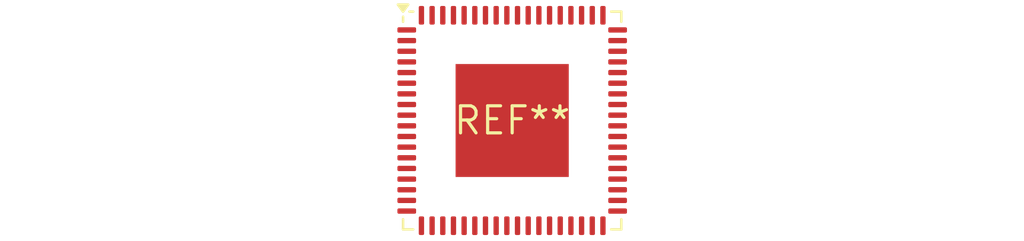
<source format=kicad_pcb>
(kicad_pcb (version 20240108) (generator pcbnew)
  (layers (0 "F.Cu" signal) (31 "B.Cu" signal) (34 "B.Paste" user) (35 "F.Paste" user) (36 "B.SilkS" user "B.Silkscreen") (37 "F.SilkS" user "F.Silkscreen") (38 "B.Mask" user) (39 "F.Mask" user) (44 "Edge.Cuts" user))
  (net 0 "")
  (footprint "LFCSP-72-1EP_10x10mm_P0.5mm_EP5.3x5.3mm" (layer "F.Cu") (at 0 0)
    (property "Reference" "REF**")
    (property "Value" "LFCSP-72-1EP_10x10mm_P0.5mm_EP5.3x5.3mm")
    (fp_line (start -5.11 -4.635) (end -5.11 -4.87) (layer "F.SilkS") (stroke (width 0.12)))
    (fp_line (start -5.11 5.11) (end -5.11 4.635) (layer "F.SilkS") (stroke (width 0.12)))
    (fp_line (start -4.635 -5.11) (end -4.81 -5.11) (layer "F.SilkS") (stroke (width 0.12)))
    (fp_line (start -4.635 5.11) (end -5.11 5.11) (layer "F.SilkS") (stroke (width 0.12)))
    (fp_line (start 4.635 -5.11) (end 5.11 -5.11) (layer "F.SilkS") (stroke (width 0.12)))
    (fp_line (start 4.635 5.11) (end 5.11 5.11) (layer "F.SilkS") (stroke (width 0.12)))
    (fp_line (start 5.11 -5.11) (end 5.11 -4.635) (layer "F.SilkS") (stroke (width 0.12)))
    (fp_line (start 5.11 5.11) (end 5.11 4.635) (layer "F.SilkS") (stroke (width 0.12)))
    (fp_poly (pts (xy -5.11 -5.11) (xy -5.35 -5.44) (xy -4.87 -5.44) (xy -5.11 -5.11)) (layer "F.SilkS") (stroke (width 0.12)) (fill solid))
    (pad "1" smd roundrect (at -4.9375 -4.25) (size 0.875 0.25) (layers "F.Cu" "F.Paste" "F.Mask"))
    (pad "2" smd roundrect (at -4.9375 -3.75) (size 0.875 0.25) (layers "F.Cu" "F.Paste" "F.Mask"))
    (pad "3" smd roundrect (at -4.9375 -3.25) (size 0.875 0.25) (layers "F.Cu" "F.Paste" "F.Mask"))
    (pad "4" smd roundrect (at -4.9375 -2.75) (size 0.875 0.25) (layers "F.Cu" "F.Paste" "F.Mask"))
    (pad "5" smd roundrect (at -4.9375 -2.25) (size 0.875 0.25) (layers "F.Cu" "F.Paste" "F.Mask"))
    (pad "6" smd roundrect (at -4.9375 -1.75) (size 0.875 0.25) (layers "F.Cu" "F.Paste" "F.Mask"))
    (pad "7" smd roundrect (at -4.9375 -1.25) (size 0.875 0.25) (layers "F.Cu" "F.Paste" "F.Mask"))
    (pad "8" smd roundrect (at -4.9375 -0.75) (size 0.875 0.25) (layers "F.Cu" "F.Paste" "F.Mask"))
    (pad "9" smd roundrect (at -4.9375 -0.25) (size 0.875 0.25) (layers "F.Cu" "F.Paste" "F.Mask"))
    (pad "10" smd roundrect (at -4.9375 0.25) (size 0.875 0.25) (layers "F.Cu" "F.Paste" "F.Mask"))
    (pad "11" smd roundrect (at -4.9375 0.75) (size 0.875 0.25) (layers "F.Cu" "F.Paste" "F.Mask"))
    (pad "12" smd roundrect (at -4.9375 1.25) (size 0.875 0.25) (layers "F.Cu" "F.Paste" "F.Mask"))
    (pad "13" smd roundrect (at -4.9375 1.75) (size 0.875 0.25) (layers "F.Cu" "F.Paste" "F.Mask"))
    (pad "14" smd roundrect (at -4.9375 2.25) (size 0.875 0.25) (layers "F.Cu" "F.Paste" "F.Mask"))
    (pad "15" smd roundrect (at -4.9375 2.75) (size 0.875 0.25) (layers "F.Cu" "F.Paste" "F.Mask"))
    (pad "16" smd roundrect (at -4.9375 3.25) (size 0.875 0.25) (layers "F.Cu" "F.Paste" "F.Mask"))
    (pad "17" smd roundrect (at -4.9375 3.75) (size 0.875 0.25) (layers "F.Cu" "F.Paste" "F.Mask"))
    (pad "18" smd roundrect (at -4.9375 4.25) (size 0.875 0.25) (layers "F.Cu" "F.Paste" "F.Mask"))
    (pad "19" smd roundrect (at -4.25 4.9375) (size 0.25 0.875) (layers "F.Cu" "F.Paste" "F.Mask"))
    (pad "20" smd roundrect (at -3.75 4.9375) (size 0.25 0.875) (layers "F.Cu" "F.Paste" "F.Mask"))
    (pad "21" smd roundrect (at -3.25 4.9375) (size 0.25 0.875) (layers "F.Cu" "F.Paste" "F.Mask"))
    (pad "22" smd roundrect (at -2.75 4.9375) (size 0.25 0.875) (layers "F.Cu" "F.Paste" "F.Mask"))
    (pad "23" smd roundrect (at -2.25 4.9375) (size 0.25 0.875) (layers "F.Cu" "F.Paste" "F.Mask"))
    (pad "24" smd roundrect (at -1.75 4.9375) (size 0.25 0.875) (layers "F.Cu" "F.Paste" "F.Mask"))
    (pad "25" smd roundrect (at -1.25 4.9375) (size 0.25 0.875) (layers "F.Cu" "F.Paste" "F.Mask"))
    (pad "26" smd roundrect (at -0.75 4.9375) (size 0.25 0.875) (layers "F.Cu" "F.Paste" "F.Mask"))
    (pad "27" smd roundrect (at -0.25 4.9375) (size 0.25 0.875) (layers "F.Cu" "F.Paste" "F.Mask"))
    (pad "28" smd roundrect (at 0.25 4.9375) (size 0.25 0.875) (layers "F.Cu" "F.Paste" "F.Mask"))
    (pad "29" smd roundrect (at 0.75 4.9375) (size 0.25 0.875) (layers "F.Cu" "F.Paste" "F.Mask"))
    (pad "30" smd roundrect (at 1.25 4.9375) (size 0.25 0.875) (layers "F.Cu" "F.Paste" "F.Mask"))
    (pad "31" smd roundrect (at 1.75 4.9375) (size 0.25 0.875) (layers "F.Cu" "F.Paste" "F.Mask"))
    (pad "32" smd roundrect (at 2.25 4.9375) (size 0.25 0.875) (layers "F.Cu" "F.Paste" "F.Mask"))
    (pad "33" smd roundrect (at 2.75 4.9375) (size 0.25 0.875) (layers "F.Cu" "F.Paste" "F.Mask"))
    (pad "34" smd roundrect (at 3.25 4.9375) (size 0.25 0.875) (layers "F.Cu" "F.Paste" "F.Mask"))
    (pad "35" smd roundrect (at 3.75 4.9375) (size 0.25 0.875) (layers "F.Cu" "F.Paste" "F.Mask"))
    (pad "36" smd roundrect (at 4.25 4.9375) (size 0.25 0.875) (layers "F.Cu" "F.Paste" "F.Mask"))
    (pad "37" smd roundrect (at 4.9375 4.25) (size 0.875 0.25) (layers "F.Cu" "F.Paste" "F.Mask"))
    (pad "38" smd roundrect (at 4.9375 3.75) (size 0.875 0.25) (layers "F.Cu" "F.Paste" "F.Mask"))
    (pad "39" smd roundrect (at 4.9375 3.25) (size 0.875 0.25) (layers "F.Cu" "F.Paste" "F.Mask"))
    (pad "40" smd roundrect (at 4.9375 2.75) (size 0.875 0.25) (layers "F.Cu" "F.Paste" "F.Mask"))
    (pad "41" smd roundrect (at 4.9375 2.25) (size 0.875 0.25) (layers "F.Cu" "F.Paste" "F.Mask"))
    (pad "42" smd roundrect (at 4.9375 1.75) (size 0.875 0.25) (layers "F.Cu" "F.Paste" "F.Mask"))
    (pad "43" smd roundrect (at 4.9375 1.25) (size 0.875 0.25) (layers "F.Cu" "F.Paste" "F.Mask"))
    (pad "44" smd roundrect (at 4.9375 0.75) (size 0.875 0.25) (layers "F.Cu" "F.Paste" "F.Mask"))
    (pad "45" smd roundrect (at 4.9375 0.25) (size 0.875 0.25) (layers "F.Cu" "F.Paste" "F.Mask"))
    (pad "46" smd roundrect (at 4.9375 -0.25) (size 0.875 0.25) (layers "F.Cu" "F.Paste" "F.Mask"))
    (pad "47" smd roundrect (at 4.9375 -0.75) (size 0.875 0.25) (layers "F.Cu" "F.Paste" "F.Mask"))
    (pad "48" smd roundrect (at 4.9375 -1.25) (size 0.875 0.25) (layers "F.Cu" "F.Paste" "F.Mask"))
    (pad "49" smd roundrect (at 4.9375 -1.75) (size 0.875 0.25) (layers "F.Cu" "F.Paste" "F.Mask"))
    (pad "50" smd roundrect (at 4.9375 -2.25) (size 0.875 0.25) (layers "F.Cu" "F.Paste" "F.Mask"))
    (pad "51" smd roundrect (at 4.9375 -2.75) (size 0.875 0.25) (layers "F.Cu" "F.Paste" "F.Mask"))
    (pad "52" smd roundrect (at 4.9375 -3.25) (size 0.875 0.25) (layers "F.Cu" "F.Paste" "F.Mask"))
    (pad "53" smd roundrect (at 4.9375 -3.75) (size 0.875 0.25) (layers "F.Cu" "F.Paste" "F.Mask"))
    (pad "54" smd roundrect (at 4.9375 -4.25) (size 0.875 0.25) (layers "F.Cu" "F.Paste" "F.Mask"))
    (pad "55" smd roundrect (at 4.25 -4.9375) (size 0.25 0.875) (layers "F.Cu" "F.Paste" "F.Mask"))
    (pad "56" smd roundrect (at 3.75 -4.9375) (size 0.25 0.875) (layers "F.Cu" "F.Paste" "F.Mask"))
    (pad "57" smd roundrect (at 3.25 -4.9375) (size 0.25 0.875) (layers "F.Cu" "F.Paste" "F.Mask"))
    (pad "58" smd roundrect (at 2.75 -4.9375) (size 0.25 0.875) (layers "F.Cu" "F.Paste" "F.Mask"))
    (pad "59" smd roundrect (at 2.25 -4.9375) (size 0.25 0.875) (layers "F.Cu" "F.Paste" "F.Mask"))
    (pad "60" smd roundrect (at 1.75 -4.9375) (size 0.25 0.875) (layers "F.Cu" "F.Paste" "F.Mask"))
    (pad "61" smd roundrect (at 1.25 -4.9375) (size 0.25 0.875) (layers "F.Cu" "F.Paste" "F.Mask"))
    (pad "62" smd roundrect (at 0.75 -4.9375) (size 0.25 0.875) (layers "F.Cu" "F.Paste" "F.Mask"))
    (pad "63" smd roundrect (at 0.25 -4.9375) (size 0.25 0.875) (layers "F.Cu" "F.Paste" "F.Mask"))
    (pad "64" smd roundrect (at -0.25 -4.9375) (size 0.25 0.875) (layers "F.Cu" "F.Paste" "F.Mask"))
    (pad "65" smd roundrect (at -0.75 -4.9375) (size 0.25 0.875) (layers "F.Cu" "F.Paste" "F.Mask"))
    (pad "66" smd roundrect (at -1.25 -4.9375) (size 0.25 0.875) (layers "F.Cu" "F.Paste" "F.Mask"))
    (pad "67" smd roundrect (at -1.75 -4.9375) (size 0.25 0.875) (layers "F.Cu" "F.Paste" "F.Mask"))
    (pad "68" smd roundrect (at -2.25 -4.9375) (size 0.25 0.875) (layers "F.Cu" "F.Paste" "F.Mask"))
    (pad "69" smd roundrect (at -2.75 -4.9375) (size 0.25 0.875) (layers "F.Cu" "F.Paste" "F.Mask"))
    (pad "70" smd roundrect (at -3.25 -4.9375) (size 0.25 0.875) (layers "F.Cu" "F.Paste" "F.Mask"))
    (pad "71" smd roundrect (at -3.75 -4.9375) (size 0.25 0.875) (layers "F.Cu" "F.Paste" "F.Mask"))
    (pad "72" smd roundrect (at -4.25 -4.9375) (size 0.25 0.875) (layers "F.Cu" "F.Paste" "F.Mask"))
    (pad "73" smd rect (at 0 0) (size 5.3 5.3) (property pad_prop_heatsink) (layers "F.Cu" "F.Mask"))
  )
)
</source>
